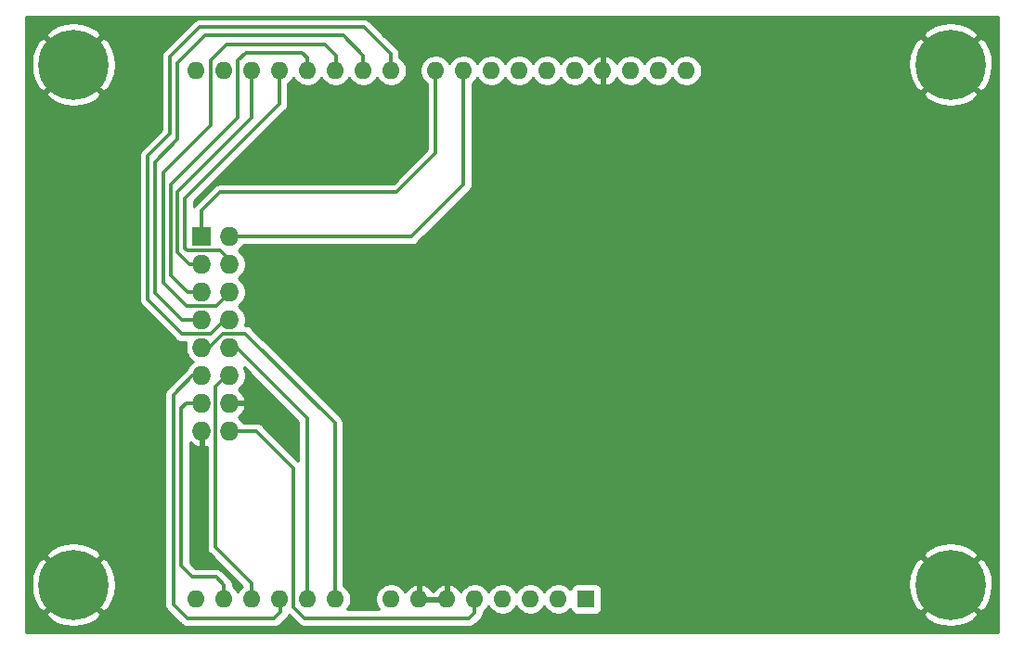
<source format=gbr>
%TF.GenerationSoftware,KiCad,Pcbnew,5.99.0+really5.1.10+dfsg1-1*%
%TF.CreationDate,2021-08-18T19:38:37+10:00*%
%TF.ProjectId,lcd,6c63642e-6b69-4636-9164-5f7063625858,rev?*%
%TF.SameCoordinates,Original*%
%TF.FileFunction,Copper,L1,Top*%
%TF.FilePolarity,Positive*%
%FSLAX46Y46*%
G04 Gerber Fmt 4.6, Leading zero omitted, Abs format (unit mm)*
G04 Created by KiCad (PCBNEW 5.99.0+really5.1.10+dfsg1-1) date 2021-08-18 19:38:37*
%MOMM*%
%LPD*%
G01*
G04 APERTURE LIST*
%TA.AperFunction,ComponentPad*%
%ADD10O,1.600000X1.600000*%
%TD*%
%TA.AperFunction,ComponentPad*%
%ADD11R,1.600000X1.600000*%
%TD*%
%TA.AperFunction,ComponentPad*%
%ADD12C,6.400000*%
%TD*%
%TA.AperFunction,ComponentPad*%
%ADD13R,1.727200X1.727200*%
%TD*%
%TA.AperFunction,ComponentPad*%
%ADD14O,1.727200X1.727200*%
%TD*%
%TA.AperFunction,Conductor*%
%ADD15C,0.304800*%
%TD*%
%TA.AperFunction,Conductor*%
%ADD16C,0.254000*%
%TD*%
%TA.AperFunction,Conductor*%
%ADD17C,0.050000*%
%TD*%
G04 APERTURE END LIST*
D10*
%TO.P,A1,32*%
%TO.N,Net-(A1-Pad32)*%
X120900000Y-35560000D03*
%TO.P,A1,31*%
%TO.N,Net-(A1-Pad31)*%
X118360000Y-35560000D03*
D11*
%TO.P,A1,1*%
%TO.N,Net-(A1-Pad1)*%
X111760000Y-83820000D03*
D10*
%TO.P,A1,17*%
%TO.N,D2*%
X81280000Y-35560000D03*
%TO.P,A1,2*%
%TO.N,Net-(A1-Pad2)*%
X109220000Y-83820000D03*
%TO.P,A1,18*%
%TO.N,D3*%
X83820000Y-35560000D03*
%TO.P,A1,3*%
%TO.N,Net-(A1-Pad3)*%
X106680000Y-83820000D03*
%TO.P,A1,19*%
%TO.N,D4*%
X86360000Y-35560000D03*
%TO.P,A1,4*%
%TO.N,3V3*%
X104140000Y-83820000D03*
%TO.P,A1,20*%
%TO.N,D5*%
X88900000Y-35560000D03*
%TO.P,A1,5*%
%TO.N,5V*%
X101600000Y-83820000D03*
%TO.P,A1,21*%
%TO.N,D6*%
X91440000Y-35560000D03*
%TO.P,A1,6*%
%TO.N,GND*%
X99060000Y-83820000D03*
%TO.P,A1,22*%
%TO.N,D7*%
X93980000Y-35560000D03*
%TO.P,A1,7*%
%TO.N,GND*%
X96520000Y-83820000D03*
%TO.P,A1,23*%
%TO.N,D0*%
X98040000Y-35560000D03*
%TO.P,A1,8*%
%TO.N,Net-(A1-Pad8)*%
X93980000Y-83820000D03*
%TO.P,A1,24*%
%TO.N,D1*%
X100580000Y-35560000D03*
%TO.P,A1,9*%
%TO.N,RD*%
X88900000Y-83820000D03*
%TO.P,A1,25*%
%TO.N,Net-(A1-Pad25)*%
X103120000Y-35560000D03*
%TO.P,A1,10*%
%TO.N,WR*%
X86360000Y-83820000D03*
%TO.P,A1,26*%
%TO.N,Net-(A1-Pad26)*%
X105660000Y-35560000D03*
%TO.P,A1,11*%
%TO.N,RS*%
X83820000Y-83820000D03*
%TO.P,A1,27*%
%TO.N,Net-(A1-Pad27)*%
X108200000Y-35560000D03*
%TO.P,A1,12*%
%TO.N,CS*%
X81280000Y-83820000D03*
%TO.P,A1,28*%
%TO.N,Net-(A1-Pad28)*%
X110740000Y-35560000D03*
%TO.P,A1,13*%
%TO.N,RST*%
X78740000Y-83820000D03*
%TO.P,A1,29*%
%TO.N,GND*%
X113280000Y-35560000D03*
%TO.P,A1,14*%
%TO.N,Net-(A1-Pad14)*%
X76200000Y-83820000D03*
%TO.P,A1,30*%
%TO.N,Net-(A1-Pad30)*%
X115820000Y-35560000D03*
%TO.P,A1,15*%
%TO.N,Net-(A1-Pad15)*%
X76200000Y-35560000D03*
%TO.P,A1,16*%
%TO.N,Net-(A1-Pad16)*%
X78740000Y-35560000D03*
%TD*%
D12*
%TO.P,REF\u002A\u002A,1*%
%TO.N,GND*%
X145000000Y-82500000D03*
%TD*%
%TO.P,REF\u002A\u002A,1*%
%TO.N,GND*%
X145000000Y-35000000D03*
%TD*%
%TO.P,REF\u002A\u002A,1*%
%TO.N,GND*%
X65000000Y-82500000D03*
%TD*%
%TO.P,REF\u002A\u002A,1*%
%TO.N,GND*%
X65000000Y-35000000D03*
%TD*%
D13*
%TO.P,J1,1*%
%TO.N,D0*%
X76700000Y-50700000D03*
D14*
%TO.P,J1,2*%
%TO.N,D1*%
X79240000Y-50700000D03*
%TO.P,J1,3*%
%TO.N,D2*%
X76700000Y-53240000D03*
%TO.P,J1,4*%
%TO.N,D3*%
X79240000Y-53240000D03*
%TO.P,J1,5*%
%TO.N,D4*%
X76700000Y-55780000D03*
%TO.P,J1,6*%
%TO.N,D5*%
X79240000Y-55780000D03*
%TO.P,J1,7*%
%TO.N,D6*%
X76700000Y-58320000D03*
%TO.P,J1,8*%
%TO.N,D7*%
X79240000Y-58320000D03*
%TO.P,J1,9*%
%TO.N,RD*%
X76700000Y-60860000D03*
%TO.P,J1,10*%
%TO.N,WR*%
X79240000Y-60860000D03*
%TO.P,J1,11*%
%TO.N,RS*%
X76700000Y-63400000D03*
%TO.P,J1,12*%
%TO.N,CS*%
X79240000Y-63400000D03*
%TO.P,J1,13*%
%TO.N,RST*%
X76700000Y-65940000D03*
%TO.P,J1,14*%
%TO.N,GND*%
X79240000Y-65940000D03*
%TO.P,J1,15*%
X76700000Y-68480000D03*
%TO.P,J1,16*%
%TO.N,5V*%
X79240000Y-68480000D03*
%TD*%
D15*
%TO.N,D2*%
X81250000Y-39850000D02*
X81250000Y-35450000D01*
X74500000Y-46600000D02*
X81250000Y-39850000D01*
X74500000Y-52150000D02*
X74500000Y-46600000D01*
X75590000Y-53240000D02*
X74500000Y-52150000D01*
X81250000Y-35450000D02*
X81250000Y-35400000D01*
X76700000Y-53240000D02*
X75590000Y-53240000D01*
%TO.N,D3*%
X83800000Y-35500000D02*
X83800000Y-35450000D01*
X83800000Y-38600000D02*
X83800000Y-35500000D01*
X75200000Y-47200000D02*
X83800000Y-38600000D01*
X75200000Y-51770995D02*
X75200000Y-47200000D01*
X75429005Y-52000000D02*
X75200000Y-51770995D01*
X78400000Y-52000000D02*
X75429005Y-52000000D01*
X79240000Y-52840000D02*
X78400000Y-52000000D01*
X79240000Y-53240000D02*
X79240000Y-52840000D01*
%TO.N,D4*%
X76700000Y-55780000D02*
X75380000Y-55780000D01*
X75380000Y-55780000D02*
X73850000Y-54250000D01*
X73850000Y-54250000D02*
X73850000Y-46000000D01*
X73850000Y-46000000D02*
X80000000Y-39850000D01*
X80000000Y-39850000D02*
X80000000Y-34650000D01*
X80000000Y-34650000D02*
X80750000Y-33900000D01*
X80750000Y-33900000D02*
X85850000Y-33900000D01*
X85850000Y-33900000D02*
X86350000Y-34400000D01*
X86350000Y-34400000D02*
X86350000Y-35600000D01*
X86350000Y-35600000D02*
X86350000Y-35650000D01*
%TO.N,D5*%
X88950000Y-34150000D02*
X88950000Y-35650000D01*
X87950000Y-33150000D02*
X88950000Y-34150000D01*
X78950000Y-33150000D02*
X87950000Y-33150000D01*
X77500000Y-40550000D02*
X77500000Y-34600000D01*
X73200000Y-44850000D02*
X77500000Y-40550000D01*
X73200000Y-54950000D02*
X73200000Y-44850000D01*
X75300000Y-57050000D02*
X73200000Y-54950000D01*
X88950000Y-35650000D02*
X88950000Y-35600000D01*
X78050000Y-57050000D02*
X75300000Y-57050000D01*
X77500000Y-34600000D02*
X78950000Y-33150000D01*
X79240000Y-55860000D02*
X78050000Y-57050000D01*
X79240000Y-55780000D02*
X79240000Y-55860000D01*
%TO.N,5V*%
X101100000Y-85550000D02*
X101600000Y-85050000D01*
X86050000Y-85550000D02*
X101100000Y-85550000D01*
X85100000Y-84600000D02*
X86050000Y-85550000D01*
X85100000Y-71900000D02*
X85100000Y-84600000D01*
X101600000Y-85050000D02*
X101600000Y-83600000D01*
X81680000Y-68480000D02*
X85100000Y-71900000D01*
X79240000Y-68480000D02*
X81680000Y-68480000D01*
%TO.N,D6*%
X91450000Y-34200000D02*
X91450000Y-35900000D01*
X89600000Y-32350000D02*
X91450000Y-34200000D01*
X77050000Y-32350000D02*
X89600000Y-32350000D01*
X74500000Y-34900000D02*
X77050000Y-32350000D01*
X74500000Y-41850000D02*
X74500000Y-34900000D01*
X72450000Y-43900000D02*
X74500000Y-41850000D01*
X72450000Y-55900000D02*
X72450000Y-43900000D01*
X74870000Y-58320000D02*
X72450000Y-55900000D01*
X76700000Y-58320000D02*
X74870000Y-58320000D01*
%TO.N,D7*%
X93950000Y-35500000D02*
X94000000Y-35550000D01*
X93950000Y-34050000D02*
X93950000Y-35500000D01*
X91500000Y-31600000D02*
X93950000Y-34050000D01*
X73800000Y-34300000D02*
X76500000Y-31600000D01*
X73800000Y-41300000D02*
X73800000Y-34300000D01*
X71800000Y-43300000D02*
X73800000Y-41300000D01*
X76500000Y-31600000D02*
X91500000Y-31600000D01*
X71800000Y-56500000D02*
X71800000Y-43300000D01*
X74900000Y-59600000D02*
X71800000Y-56500000D01*
X77550000Y-59600000D02*
X74900000Y-59600000D01*
X78830000Y-58320000D02*
X77550000Y-59600000D01*
X79240000Y-58320000D02*
X78830000Y-58320000D01*
%TO.N,D0*%
X94500000Y-46650000D02*
X98050000Y-43100000D01*
X78400000Y-46650000D02*
X94500000Y-46650000D01*
X76700000Y-48350000D02*
X78400000Y-46650000D01*
X98050000Y-43100000D02*
X98050000Y-35500000D01*
X76700000Y-50700000D02*
X76700000Y-48350000D01*
%TO.N,D1*%
X79240000Y-50700000D02*
X95850000Y-50700000D01*
X95850000Y-50700000D02*
X100600000Y-45950000D01*
X100600000Y-45950000D02*
X100600000Y-35500000D01*
%TO.N,RD*%
X76700000Y-60860000D02*
X77390000Y-60860000D01*
X77390000Y-60860000D02*
X78650000Y-59600000D01*
X78650000Y-59600000D02*
X80700000Y-59600000D01*
X80700000Y-59600000D02*
X88850000Y-67750000D01*
X88850000Y-67750000D02*
X88850000Y-83950000D01*
%TO.N,WR*%
X79240000Y-60860000D02*
X79860000Y-60860000D01*
X79860000Y-60860000D02*
X86300000Y-67300000D01*
X86300000Y-67300000D02*
X86300000Y-83900000D01*
%TO.N,RS*%
X76700000Y-63400000D02*
X75850000Y-63400000D01*
X75850000Y-63400000D02*
X74100000Y-65150000D01*
X74100000Y-65150000D02*
X74100000Y-84300000D01*
X74100000Y-84300000D02*
X75400000Y-85600000D01*
X75400000Y-85600000D02*
X83300000Y-85600000D01*
X83300000Y-85600000D02*
X83900000Y-85000000D01*
X83900000Y-85000000D02*
X83900000Y-83900000D01*
%TO.N,CS*%
X79240000Y-63400000D02*
X78950000Y-63400000D01*
X78950000Y-63400000D02*
X77950000Y-64400000D01*
X77950000Y-64400000D02*
X77950000Y-79100000D01*
X77950000Y-79100000D02*
X81250000Y-82400000D01*
X81250000Y-82400000D02*
X81250000Y-83900000D01*
%TO.N,RST*%
X76700000Y-65940000D02*
X75310000Y-65940000D01*
X75310000Y-65940000D02*
X74850000Y-66400000D01*
X74850000Y-66400000D02*
X74850000Y-80800000D01*
X74850000Y-80800000D02*
X75850000Y-81800000D01*
X75850000Y-81800000D02*
X78050000Y-81800000D01*
X78050000Y-81800000D02*
X78750000Y-82500000D01*
X78750000Y-82500000D02*
X78750000Y-83850000D01*
%TD*%
D16*
%TO.N,GND*%
X149340001Y-86840000D02*
X60660000Y-86840000D01*
X60660000Y-85200881D01*
X62478724Y-85200881D01*
X62838912Y-85690548D01*
X63502882Y-86050849D01*
X64224385Y-86274694D01*
X64975695Y-86353480D01*
X65727938Y-86284178D01*
X66452208Y-86069452D01*
X67120670Y-85717555D01*
X67161088Y-85690548D01*
X67521276Y-85200881D01*
X65000000Y-82679605D01*
X62478724Y-85200881D01*
X60660000Y-85200881D01*
X60660000Y-82475695D01*
X61146520Y-82475695D01*
X61215822Y-83227938D01*
X61430548Y-83952208D01*
X61782445Y-84620670D01*
X61809452Y-84661088D01*
X62299119Y-85021276D01*
X64820395Y-82500000D01*
X65179605Y-82500000D01*
X67700881Y-85021276D01*
X68190548Y-84661088D01*
X68550849Y-83997118D01*
X68774694Y-83275615D01*
X68853480Y-82524305D01*
X68784178Y-81772062D01*
X68569452Y-81047792D01*
X68217555Y-80379330D01*
X68190548Y-80338912D01*
X67700881Y-79978724D01*
X65179605Y-82500000D01*
X64820395Y-82500000D01*
X62299119Y-79978724D01*
X61809452Y-80338912D01*
X61449151Y-81002882D01*
X61225306Y-81724385D01*
X61146520Y-82475695D01*
X60660000Y-82475695D01*
X60660000Y-79799119D01*
X62478724Y-79799119D01*
X65000000Y-82320395D01*
X67521276Y-79799119D01*
X67161088Y-79309452D01*
X66497118Y-78949151D01*
X65775615Y-78725306D01*
X65024305Y-78646520D01*
X64272062Y-78715822D01*
X63547792Y-78930548D01*
X62879330Y-79282445D01*
X62838912Y-79309452D01*
X62478724Y-79799119D01*
X60660000Y-79799119D01*
X60660000Y-43300000D01*
X71008792Y-43300000D01*
X71012601Y-43338673D01*
X71012600Y-56461337D01*
X71008792Y-56500000D01*
X71012600Y-56538663D01*
X71012600Y-56538672D01*
X71023994Y-56654356D01*
X71069018Y-56802782D01*
X71142134Y-56939571D01*
X71240531Y-57059469D01*
X71270578Y-57084128D01*
X74315877Y-60129428D01*
X74340531Y-60159469D01*
X74460428Y-60257866D01*
X74597217Y-60330982D01*
X74745643Y-60376006D01*
X74861327Y-60387400D01*
X74861336Y-60387400D01*
X74899999Y-60391208D01*
X74938662Y-60387400D01*
X75273684Y-60387400D01*
X75258990Y-60422875D01*
X75201400Y-60712401D01*
X75201400Y-61007599D01*
X75258990Y-61297125D01*
X75371958Y-61569853D01*
X75535961Y-61815302D01*
X75744698Y-62024039D01*
X75903281Y-62130000D01*
X75744698Y-62235961D01*
X75535961Y-62444698D01*
X75371958Y-62690147D01*
X75319522Y-62816739D01*
X75290531Y-62840531D01*
X75265881Y-62870567D01*
X73570577Y-64565873D01*
X73540531Y-64590531D01*
X73442134Y-64710429D01*
X73369018Y-64847218D01*
X73323994Y-64995644D01*
X73312600Y-65111328D01*
X73312600Y-65111337D01*
X73308792Y-65150000D01*
X73312600Y-65188663D01*
X73312601Y-84261327D01*
X73308792Y-84300000D01*
X73323995Y-84454357D01*
X73369018Y-84602782D01*
X73416284Y-84691209D01*
X73442135Y-84739572D01*
X73540532Y-84859469D01*
X73570573Y-84884123D01*
X74815881Y-86129433D01*
X74840531Y-86159469D01*
X74870567Y-86184119D01*
X74870570Y-86184122D01*
X74960427Y-86257865D01*
X74960428Y-86257866D01*
X75097217Y-86330982D01*
X75245643Y-86376006D01*
X75361327Y-86387400D01*
X75361335Y-86387400D01*
X75400000Y-86391208D01*
X75438665Y-86387400D01*
X83261337Y-86387400D01*
X83300000Y-86391208D01*
X83338663Y-86387400D01*
X83338673Y-86387400D01*
X83454357Y-86376006D01*
X83602783Y-86330982D01*
X83739572Y-86257866D01*
X83859469Y-86159469D01*
X83884127Y-86129423D01*
X84429434Y-85584118D01*
X84459469Y-85559469D01*
X84557866Y-85439572D01*
X84630982Y-85302783D01*
X84644539Y-85258090D01*
X85465877Y-86079428D01*
X85490531Y-86109469D01*
X85520570Y-86134121D01*
X85610427Y-86207866D01*
X85703970Y-86257866D01*
X85747217Y-86280982D01*
X85895643Y-86326006D01*
X86011327Y-86337400D01*
X86011337Y-86337400D01*
X86050000Y-86341208D01*
X86088663Y-86337400D01*
X101061337Y-86337400D01*
X101100000Y-86341208D01*
X101138663Y-86337400D01*
X101138673Y-86337400D01*
X101254357Y-86326006D01*
X101402783Y-86280982D01*
X101539572Y-86207866D01*
X101659469Y-86109469D01*
X101684128Y-86079422D01*
X102129423Y-85634127D01*
X102159469Y-85609469D01*
X102228058Y-85525893D01*
X102257866Y-85489573D01*
X102330982Y-85352783D01*
X102376006Y-85204358D01*
X102379267Y-85171246D01*
X102387400Y-85088673D01*
X102387400Y-85088666D01*
X102391208Y-85050000D01*
X102388176Y-85019217D01*
X102514759Y-84934637D01*
X102714637Y-84734759D01*
X102870000Y-84502241D01*
X103025363Y-84734759D01*
X103225241Y-84934637D01*
X103460273Y-85091680D01*
X103721426Y-85199853D01*
X103998665Y-85255000D01*
X104281335Y-85255000D01*
X104558574Y-85199853D01*
X104819727Y-85091680D01*
X105054759Y-84934637D01*
X105254637Y-84734759D01*
X105410000Y-84502241D01*
X105565363Y-84734759D01*
X105765241Y-84934637D01*
X106000273Y-85091680D01*
X106261426Y-85199853D01*
X106538665Y-85255000D01*
X106821335Y-85255000D01*
X107098574Y-85199853D01*
X107359727Y-85091680D01*
X107594759Y-84934637D01*
X107794637Y-84734759D01*
X107950000Y-84502241D01*
X108105363Y-84734759D01*
X108305241Y-84934637D01*
X108540273Y-85091680D01*
X108801426Y-85199853D01*
X109078665Y-85255000D01*
X109361335Y-85255000D01*
X109638574Y-85199853D01*
X109899727Y-85091680D01*
X110134759Y-84934637D01*
X110333357Y-84736039D01*
X110334188Y-84744482D01*
X110370498Y-84864180D01*
X110429463Y-84974494D01*
X110508815Y-85071185D01*
X110605506Y-85150537D01*
X110715820Y-85209502D01*
X110835518Y-85245812D01*
X110960000Y-85258072D01*
X112560000Y-85258072D01*
X112684482Y-85245812D01*
X112804180Y-85209502D01*
X112820308Y-85200881D01*
X142478724Y-85200881D01*
X142838912Y-85690548D01*
X143502882Y-86050849D01*
X144224385Y-86274694D01*
X144975695Y-86353480D01*
X145727938Y-86284178D01*
X146452208Y-86069452D01*
X147120670Y-85717555D01*
X147161088Y-85690548D01*
X147521276Y-85200881D01*
X145000000Y-82679605D01*
X142478724Y-85200881D01*
X112820308Y-85200881D01*
X112914494Y-85150537D01*
X113011185Y-85071185D01*
X113090537Y-84974494D01*
X113149502Y-84864180D01*
X113185812Y-84744482D01*
X113198072Y-84620000D01*
X113198072Y-83020000D01*
X113185812Y-82895518D01*
X113149502Y-82775820D01*
X113090537Y-82665506D01*
X113011185Y-82568815D01*
X112914494Y-82489463D01*
X112888737Y-82475695D01*
X141146520Y-82475695D01*
X141215822Y-83227938D01*
X141430548Y-83952208D01*
X141782445Y-84620670D01*
X141809452Y-84661088D01*
X142299119Y-85021276D01*
X144820395Y-82500000D01*
X145179605Y-82500000D01*
X147700881Y-85021276D01*
X148190548Y-84661088D01*
X148550849Y-83997118D01*
X148774694Y-83275615D01*
X148853480Y-82524305D01*
X148784178Y-81772062D01*
X148569452Y-81047792D01*
X148217555Y-80379330D01*
X148190548Y-80338912D01*
X147700881Y-79978724D01*
X145179605Y-82500000D01*
X144820395Y-82500000D01*
X142299119Y-79978724D01*
X141809452Y-80338912D01*
X141449151Y-81002882D01*
X141225306Y-81724385D01*
X141146520Y-82475695D01*
X112888737Y-82475695D01*
X112804180Y-82430498D01*
X112684482Y-82394188D01*
X112560000Y-82381928D01*
X110960000Y-82381928D01*
X110835518Y-82394188D01*
X110715820Y-82430498D01*
X110605506Y-82489463D01*
X110508815Y-82568815D01*
X110429463Y-82665506D01*
X110370498Y-82775820D01*
X110334188Y-82895518D01*
X110333357Y-82903961D01*
X110134759Y-82705363D01*
X109899727Y-82548320D01*
X109638574Y-82440147D01*
X109361335Y-82385000D01*
X109078665Y-82385000D01*
X108801426Y-82440147D01*
X108540273Y-82548320D01*
X108305241Y-82705363D01*
X108105363Y-82905241D01*
X107950000Y-83137759D01*
X107794637Y-82905241D01*
X107594759Y-82705363D01*
X107359727Y-82548320D01*
X107098574Y-82440147D01*
X106821335Y-82385000D01*
X106538665Y-82385000D01*
X106261426Y-82440147D01*
X106000273Y-82548320D01*
X105765241Y-82705363D01*
X105565363Y-82905241D01*
X105410000Y-83137759D01*
X105254637Y-82905241D01*
X105054759Y-82705363D01*
X104819727Y-82548320D01*
X104558574Y-82440147D01*
X104281335Y-82385000D01*
X103998665Y-82385000D01*
X103721426Y-82440147D01*
X103460273Y-82548320D01*
X103225241Y-82705363D01*
X103025363Y-82905241D01*
X102870000Y-83137759D01*
X102714637Y-82905241D01*
X102514759Y-82705363D01*
X102279727Y-82548320D01*
X102018574Y-82440147D01*
X101741335Y-82385000D01*
X101458665Y-82385000D01*
X101181426Y-82440147D01*
X100920273Y-82548320D01*
X100685241Y-82705363D01*
X100485363Y-82905241D01*
X100328320Y-83140273D01*
X100323933Y-83150865D01*
X100212385Y-82964869D01*
X100023414Y-82756481D01*
X99797420Y-82588963D01*
X99543087Y-82468754D01*
X99409039Y-82428096D01*
X99187000Y-82550085D01*
X99187000Y-83693000D01*
X99207000Y-83693000D01*
X99207000Y-83947000D01*
X99187000Y-83947000D01*
X99187000Y-83967000D01*
X98933000Y-83967000D01*
X98933000Y-83947000D01*
X96647000Y-83947000D01*
X96647000Y-83967000D01*
X96393000Y-83967000D01*
X96393000Y-83947000D01*
X96373000Y-83947000D01*
X96373000Y-83693000D01*
X96393000Y-83693000D01*
X96393000Y-82550085D01*
X96647000Y-82550085D01*
X96647000Y-83693000D01*
X98933000Y-83693000D01*
X98933000Y-82550085D01*
X98710961Y-82428096D01*
X98576913Y-82468754D01*
X98322580Y-82588963D01*
X98096586Y-82756481D01*
X97907615Y-82964869D01*
X97790000Y-83160982D01*
X97672385Y-82964869D01*
X97483414Y-82756481D01*
X97257420Y-82588963D01*
X97003087Y-82468754D01*
X96869039Y-82428096D01*
X96647000Y-82550085D01*
X96393000Y-82550085D01*
X96170961Y-82428096D01*
X96036913Y-82468754D01*
X95782580Y-82588963D01*
X95556586Y-82756481D01*
X95367615Y-82964869D01*
X95256067Y-83150865D01*
X95251680Y-83140273D01*
X95094637Y-82905241D01*
X94894759Y-82705363D01*
X94659727Y-82548320D01*
X94398574Y-82440147D01*
X94121335Y-82385000D01*
X93838665Y-82385000D01*
X93561426Y-82440147D01*
X93300273Y-82548320D01*
X93065241Y-82705363D01*
X92865363Y-82905241D01*
X92708320Y-83140273D01*
X92600147Y-83401426D01*
X92545000Y-83678665D01*
X92545000Y-83961335D01*
X92600147Y-84238574D01*
X92708320Y-84499727D01*
X92865363Y-84734759D01*
X92893204Y-84762600D01*
X89986796Y-84762600D01*
X90014637Y-84734759D01*
X90171680Y-84499727D01*
X90279853Y-84238574D01*
X90335000Y-83961335D01*
X90335000Y-83678665D01*
X90279853Y-83401426D01*
X90171680Y-83140273D01*
X90014637Y-82905241D01*
X89814759Y-82705363D01*
X89637400Y-82586856D01*
X89637400Y-79799119D01*
X142478724Y-79799119D01*
X145000000Y-82320395D01*
X147521276Y-79799119D01*
X147161088Y-79309452D01*
X146497118Y-78949151D01*
X145775615Y-78725306D01*
X145024305Y-78646520D01*
X144272062Y-78715822D01*
X143547792Y-78930548D01*
X142879330Y-79282445D01*
X142838912Y-79309452D01*
X142478724Y-79799119D01*
X89637400Y-79799119D01*
X89637400Y-67788665D01*
X89641208Y-67750000D01*
X89637400Y-67711335D01*
X89637400Y-67711327D01*
X89626006Y-67595643D01*
X89580982Y-67447217D01*
X89507866Y-67310428D01*
X89467570Y-67261327D01*
X89434122Y-67220570D01*
X89434119Y-67220567D01*
X89409469Y-67190531D01*
X89379434Y-67165882D01*
X81284128Y-59070578D01*
X81259469Y-59040531D01*
X81139572Y-58942134D01*
X81002783Y-58869018D01*
X80854357Y-58823994D01*
X80738673Y-58812600D01*
X80738663Y-58812600D01*
X80700000Y-58808792D01*
X80661337Y-58812600D01*
X80658031Y-58812600D01*
X80681010Y-58757125D01*
X80738600Y-58467599D01*
X80738600Y-58172401D01*
X80681010Y-57882875D01*
X80568042Y-57610147D01*
X80404039Y-57364698D01*
X80195302Y-57155961D01*
X80036719Y-57050000D01*
X80195302Y-56944039D01*
X80404039Y-56735302D01*
X80568042Y-56489853D01*
X80681010Y-56217125D01*
X80738600Y-55927599D01*
X80738600Y-55632401D01*
X80681010Y-55342875D01*
X80568042Y-55070147D01*
X80404039Y-54824698D01*
X80195302Y-54615961D01*
X80036719Y-54510000D01*
X80195302Y-54404039D01*
X80404039Y-54195302D01*
X80568042Y-53949853D01*
X80681010Y-53677125D01*
X80738600Y-53387599D01*
X80738600Y-53092401D01*
X80681010Y-52802875D01*
X80568042Y-52530147D01*
X80404039Y-52284698D01*
X80195302Y-52075961D01*
X80036719Y-51970000D01*
X80195302Y-51864039D01*
X80404039Y-51655302D01*
X80516227Y-51487400D01*
X95811337Y-51487400D01*
X95850000Y-51491208D01*
X95888663Y-51487400D01*
X95888673Y-51487400D01*
X96004357Y-51476006D01*
X96152783Y-51430982D01*
X96289572Y-51357866D01*
X96409469Y-51259469D01*
X96434128Y-51229422D01*
X101129434Y-46534118D01*
X101159469Y-46509469D01*
X101192667Y-46469018D01*
X101257865Y-46389573D01*
X101257866Y-46389572D01*
X101330982Y-46252783D01*
X101376006Y-46104357D01*
X101387400Y-45988673D01*
X101387400Y-45988664D01*
X101391208Y-45950001D01*
X101387400Y-45911338D01*
X101387400Y-37700881D01*
X142478724Y-37700881D01*
X142838912Y-38190548D01*
X143502882Y-38550849D01*
X144224385Y-38774694D01*
X144975695Y-38853480D01*
X145727938Y-38784178D01*
X146452208Y-38569452D01*
X147120670Y-38217555D01*
X147161088Y-38190548D01*
X147521276Y-37700881D01*
X145000000Y-35179605D01*
X142478724Y-37700881D01*
X101387400Y-37700881D01*
X101387400Y-36746372D01*
X101494759Y-36674637D01*
X101694637Y-36474759D01*
X101850000Y-36242241D01*
X102005363Y-36474759D01*
X102205241Y-36674637D01*
X102440273Y-36831680D01*
X102701426Y-36939853D01*
X102978665Y-36995000D01*
X103261335Y-36995000D01*
X103538574Y-36939853D01*
X103799727Y-36831680D01*
X104034759Y-36674637D01*
X104234637Y-36474759D01*
X104390000Y-36242241D01*
X104545363Y-36474759D01*
X104745241Y-36674637D01*
X104980273Y-36831680D01*
X105241426Y-36939853D01*
X105518665Y-36995000D01*
X105801335Y-36995000D01*
X106078574Y-36939853D01*
X106339727Y-36831680D01*
X106574759Y-36674637D01*
X106774637Y-36474759D01*
X106930000Y-36242241D01*
X107085363Y-36474759D01*
X107285241Y-36674637D01*
X107520273Y-36831680D01*
X107781426Y-36939853D01*
X108058665Y-36995000D01*
X108341335Y-36995000D01*
X108618574Y-36939853D01*
X108879727Y-36831680D01*
X109114759Y-36674637D01*
X109314637Y-36474759D01*
X109470000Y-36242241D01*
X109625363Y-36474759D01*
X109825241Y-36674637D01*
X110060273Y-36831680D01*
X110321426Y-36939853D01*
X110598665Y-36995000D01*
X110881335Y-36995000D01*
X111158574Y-36939853D01*
X111419727Y-36831680D01*
X111654759Y-36674637D01*
X111854637Y-36474759D01*
X112011680Y-36239727D01*
X112016067Y-36229135D01*
X112127615Y-36415131D01*
X112316586Y-36623519D01*
X112542580Y-36791037D01*
X112796913Y-36911246D01*
X112930961Y-36951904D01*
X113153000Y-36829915D01*
X113153000Y-35687000D01*
X113133000Y-35687000D01*
X113133000Y-35433000D01*
X113153000Y-35433000D01*
X113153000Y-34290085D01*
X113407000Y-34290085D01*
X113407000Y-35433000D01*
X113427000Y-35433000D01*
X113427000Y-35687000D01*
X113407000Y-35687000D01*
X113407000Y-36829915D01*
X113629039Y-36951904D01*
X113763087Y-36911246D01*
X114017420Y-36791037D01*
X114243414Y-36623519D01*
X114432385Y-36415131D01*
X114543933Y-36229135D01*
X114548320Y-36239727D01*
X114705363Y-36474759D01*
X114905241Y-36674637D01*
X115140273Y-36831680D01*
X115401426Y-36939853D01*
X115678665Y-36995000D01*
X115961335Y-36995000D01*
X116238574Y-36939853D01*
X116499727Y-36831680D01*
X116734759Y-36674637D01*
X116934637Y-36474759D01*
X117090000Y-36242241D01*
X117245363Y-36474759D01*
X117445241Y-36674637D01*
X117680273Y-36831680D01*
X117941426Y-36939853D01*
X118218665Y-36995000D01*
X118501335Y-36995000D01*
X118778574Y-36939853D01*
X119039727Y-36831680D01*
X119274759Y-36674637D01*
X119474637Y-36474759D01*
X119630000Y-36242241D01*
X119785363Y-36474759D01*
X119985241Y-36674637D01*
X120220273Y-36831680D01*
X120481426Y-36939853D01*
X120758665Y-36995000D01*
X121041335Y-36995000D01*
X121318574Y-36939853D01*
X121579727Y-36831680D01*
X121814759Y-36674637D01*
X122014637Y-36474759D01*
X122171680Y-36239727D01*
X122279853Y-35978574D01*
X122335000Y-35701335D01*
X122335000Y-35418665D01*
X122279853Y-35141426D01*
X122211206Y-34975695D01*
X141146520Y-34975695D01*
X141215822Y-35727938D01*
X141430548Y-36452208D01*
X141782445Y-37120670D01*
X141809452Y-37161088D01*
X142299119Y-37521276D01*
X144820395Y-35000000D01*
X145179605Y-35000000D01*
X147700881Y-37521276D01*
X148190548Y-37161088D01*
X148550849Y-36497118D01*
X148774694Y-35775615D01*
X148853480Y-35024305D01*
X148784178Y-34272062D01*
X148569452Y-33547792D01*
X148217555Y-32879330D01*
X148190548Y-32838912D01*
X147700881Y-32478724D01*
X145179605Y-35000000D01*
X144820395Y-35000000D01*
X142299119Y-32478724D01*
X141809452Y-32838912D01*
X141449151Y-33502882D01*
X141225306Y-34224385D01*
X141146520Y-34975695D01*
X122211206Y-34975695D01*
X122171680Y-34880273D01*
X122014637Y-34645241D01*
X121814759Y-34445363D01*
X121579727Y-34288320D01*
X121318574Y-34180147D01*
X121041335Y-34125000D01*
X120758665Y-34125000D01*
X120481426Y-34180147D01*
X120220273Y-34288320D01*
X119985241Y-34445363D01*
X119785363Y-34645241D01*
X119630000Y-34877759D01*
X119474637Y-34645241D01*
X119274759Y-34445363D01*
X119039727Y-34288320D01*
X118778574Y-34180147D01*
X118501335Y-34125000D01*
X118218665Y-34125000D01*
X117941426Y-34180147D01*
X117680273Y-34288320D01*
X117445241Y-34445363D01*
X117245363Y-34645241D01*
X117090000Y-34877759D01*
X116934637Y-34645241D01*
X116734759Y-34445363D01*
X116499727Y-34288320D01*
X116238574Y-34180147D01*
X115961335Y-34125000D01*
X115678665Y-34125000D01*
X115401426Y-34180147D01*
X115140273Y-34288320D01*
X114905241Y-34445363D01*
X114705363Y-34645241D01*
X114548320Y-34880273D01*
X114543933Y-34890865D01*
X114432385Y-34704869D01*
X114243414Y-34496481D01*
X114017420Y-34328963D01*
X113763087Y-34208754D01*
X113629039Y-34168096D01*
X113407000Y-34290085D01*
X113153000Y-34290085D01*
X112930961Y-34168096D01*
X112796913Y-34208754D01*
X112542580Y-34328963D01*
X112316586Y-34496481D01*
X112127615Y-34704869D01*
X112016067Y-34890865D01*
X112011680Y-34880273D01*
X111854637Y-34645241D01*
X111654759Y-34445363D01*
X111419727Y-34288320D01*
X111158574Y-34180147D01*
X110881335Y-34125000D01*
X110598665Y-34125000D01*
X110321426Y-34180147D01*
X110060273Y-34288320D01*
X109825241Y-34445363D01*
X109625363Y-34645241D01*
X109470000Y-34877759D01*
X109314637Y-34645241D01*
X109114759Y-34445363D01*
X108879727Y-34288320D01*
X108618574Y-34180147D01*
X108341335Y-34125000D01*
X108058665Y-34125000D01*
X107781426Y-34180147D01*
X107520273Y-34288320D01*
X107285241Y-34445363D01*
X107085363Y-34645241D01*
X106930000Y-34877759D01*
X106774637Y-34645241D01*
X106574759Y-34445363D01*
X106339727Y-34288320D01*
X106078574Y-34180147D01*
X105801335Y-34125000D01*
X105518665Y-34125000D01*
X105241426Y-34180147D01*
X104980273Y-34288320D01*
X104745241Y-34445363D01*
X104545363Y-34645241D01*
X104390000Y-34877759D01*
X104234637Y-34645241D01*
X104034759Y-34445363D01*
X103799727Y-34288320D01*
X103538574Y-34180147D01*
X103261335Y-34125000D01*
X102978665Y-34125000D01*
X102701426Y-34180147D01*
X102440273Y-34288320D01*
X102205241Y-34445363D01*
X102005363Y-34645241D01*
X101850000Y-34877759D01*
X101694637Y-34645241D01*
X101494759Y-34445363D01*
X101259727Y-34288320D01*
X100998574Y-34180147D01*
X100721335Y-34125000D01*
X100438665Y-34125000D01*
X100161426Y-34180147D01*
X99900273Y-34288320D01*
X99665241Y-34445363D01*
X99465363Y-34645241D01*
X99310000Y-34877759D01*
X99154637Y-34645241D01*
X98954759Y-34445363D01*
X98719727Y-34288320D01*
X98458574Y-34180147D01*
X98181335Y-34125000D01*
X97898665Y-34125000D01*
X97621426Y-34180147D01*
X97360273Y-34288320D01*
X97125241Y-34445363D01*
X96925363Y-34645241D01*
X96768320Y-34880273D01*
X96660147Y-35141426D01*
X96605000Y-35418665D01*
X96605000Y-35701335D01*
X96660147Y-35978574D01*
X96768320Y-36239727D01*
X96925363Y-36474759D01*
X97125241Y-36674637D01*
X97262601Y-36766418D01*
X97262600Y-42773848D01*
X94173850Y-45862600D01*
X78438662Y-45862600D01*
X78399999Y-45858792D01*
X78361336Y-45862600D01*
X78361327Y-45862600D01*
X78245643Y-45873994D01*
X78097217Y-45919018D01*
X77960428Y-45992134D01*
X77840531Y-46090531D01*
X77815878Y-46120571D01*
X76170573Y-47765877D01*
X76140532Y-47790531D01*
X76115879Y-47820571D01*
X76042135Y-47910428D01*
X75987400Y-48012828D01*
X75987400Y-47526150D01*
X84329434Y-39184118D01*
X84359469Y-39159469D01*
X84384119Y-39129433D01*
X84384122Y-39129430D01*
X84457866Y-39039572D01*
X84530982Y-38902783D01*
X84576006Y-38754357D01*
X84576006Y-38754356D01*
X84587400Y-38638673D01*
X84587400Y-38638665D01*
X84591208Y-38600000D01*
X84587400Y-38561335D01*
X84587400Y-36773099D01*
X84734759Y-36674637D01*
X84934637Y-36474759D01*
X85090000Y-36242241D01*
X85245363Y-36474759D01*
X85445241Y-36674637D01*
X85680273Y-36831680D01*
X85941426Y-36939853D01*
X86218665Y-36995000D01*
X86501335Y-36995000D01*
X86778574Y-36939853D01*
X87039727Y-36831680D01*
X87274759Y-36674637D01*
X87474637Y-36474759D01*
X87630000Y-36242241D01*
X87785363Y-36474759D01*
X87985241Y-36674637D01*
X88220273Y-36831680D01*
X88481426Y-36939853D01*
X88758665Y-36995000D01*
X89041335Y-36995000D01*
X89318574Y-36939853D01*
X89579727Y-36831680D01*
X89814759Y-36674637D01*
X90014637Y-36474759D01*
X90170000Y-36242241D01*
X90325363Y-36474759D01*
X90525241Y-36674637D01*
X90760273Y-36831680D01*
X91021426Y-36939853D01*
X91298665Y-36995000D01*
X91581335Y-36995000D01*
X91858574Y-36939853D01*
X92119727Y-36831680D01*
X92354759Y-36674637D01*
X92554637Y-36474759D01*
X92710000Y-36242241D01*
X92865363Y-36474759D01*
X93065241Y-36674637D01*
X93300273Y-36831680D01*
X93561426Y-36939853D01*
X93838665Y-36995000D01*
X94121335Y-36995000D01*
X94398574Y-36939853D01*
X94659727Y-36831680D01*
X94894759Y-36674637D01*
X95094637Y-36474759D01*
X95251680Y-36239727D01*
X95359853Y-35978574D01*
X95415000Y-35701335D01*
X95415000Y-35418665D01*
X95359853Y-35141426D01*
X95251680Y-34880273D01*
X95094637Y-34645241D01*
X94894759Y-34445363D01*
X94737400Y-34340219D01*
X94737400Y-34088662D01*
X94741208Y-34049999D01*
X94737400Y-34011336D01*
X94737400Y-34011327D01*
X94726006Y-33895643D01*
X94680982Y-33747217D01*
X94607866Y-33610428D01*
X94551819Y-33542134D01*
X94534121Y-33520569D01*
X94534119Y-33520567D01*
X94509469Y-33490531D01*
X94479434Y-33465882D01*
X93312671Y-32299119D01*
X142478724Y-32299119D01*
X145000000Y-34820395D01*
X147521276Y-32299119D01*
X147161088Y-31809452D01*
X146497118Y-31449151D01*
X145775615Y-31225306D01*
X145024305Y-31146520D01*
X144272062Y-31215822D01*
X143547792Y-31430548D01*
X142879330Y-31782445D01*
X142838912Y-31809452D01*
X142478724Y-32299119D01*
X93312671Y-32299119D01*
X92084128Y-31070578D01*
X92059469Y-31040531D01*
X91939572Y-30942134D01*
X91802783Y-30869018D01*
X91654357Y-30823994D01*
X91538673Y-30812600D01*
X91538663Y-30812600D01*
X91500000Y-30808792D01*
X91461337Y-30812600D01*
X76538665Y-30812600D01*
X76500000Y-30808792D01*
X76461335Y-30812600D01*
X76461327Y-30812600D01*
X76345643Y-30823994D01*
X76197217Y-30869018D01*
X76060428Y-30942134D01*
X75970570Y-31015878D01*
X75970567Y-31015881D01*
X75940531Y-31040531D01*
X75915881Y-31070567D01*
X73270573Y-33715877D01*
X73240532Y-33740531D01*
X73172036Y-33823994D01*
X73142135Y-33860428D01*
X73069018Y-33997218D01*
X73023995Y-34145643D01*
X73008792Y-34300000D01*
X73012601Y-34338673D01*
X73012600Y-40973848D01*
X71270573Y-42715877D01*
X71240532Y-42740531D01*
X71215879Y-42770571D01*
X71142135Y-42860428D01*
X71069018Y-42997218D01*
X71023995Y-43145643D01*
X71008792Y-43300000D01*
X60660000Y-43300000D01*
X60660000Y-37700881D01*
X62478724Y-37700881D01*
X62838912Y-38190548D01*
X63502882Y-38550849D01*
X64224385Y-38774694D01*
X64975695Y-38853480D01*
X65727938Y-38784178D01*
X66452208Y-38569452D01*
X67120670Y-38217555D01*
X67161088Y-38190548D01*
X67521276Y-37700881D01*
X65000000Y-35179605D01*
X62478724Y-37700881D01*
X60660000Y-37700881D01*
X60660000Y-34975695D01*
X61146520Y-34975695D01*
X61215822Y-35727938D01*
X61430548Y-36452208D01*
X61782445Y-37120670D01*
X61809452Y-37161088D01*
X62299119Y-37521276D01*
X64820395Y-35000000D01*
X65179605Y-35000000D01*
X67700881Y-37521276D01*
X68190548Y-37161088D01*
X68550849Y-36497118D01*
X68774694Y-35775615D01*
X68853480Y-35024305D01*
X68784178Y-34272062D01*
X68569452Y-33547792D01*
X68217555Y-32879330D01*
X68190548Y-32838912D01*
X67700881Y-32478724D01*
X65179605Y-35000000D01*
X64820395Y-35000000D01*
X62299119Y-32478724D01*
X61809452Y-32838912D01*
X61449151Y-33502882D01*
X61225306Y-34224385D01*
X61146520Y-34975695D01*
X60660000Y-34975695D01*
X60660000Y-32299119D01*
X62478724Y-32299119D01*
X65000000Y-34820395D01*
X67521276Y-32299119D01*
X67161088Y-31809452D01*
X66497118Y-31449151D01*
X65775615Y-31225306D01*
X65024305Y-31146520D01*
X64272062Y-31215822D01*
X63547792Y-31430548D01*
X62879330Y-31782445D01*
X62838912Y-31809452D01*
X62478724Y-32299119D01*
X60660000Y-32299119D01*
X60660000Y-30660000D01*
X149340000Y-30660000D01*
X149340001Y-86840000D01*
%TA.AperFunction,Conductor*%
D17*
G36*
X149340001Y-86840000D02*
G01*
X60660000Y-86840000D01*
X60660000Y-85200881D01*
X62478724Y-85200881D01*
X62838912Y-85690548D01*
X63502882Y-86050849D01*
X64224385Y-86274694D01*
X64975695Y-86353480D01*
X65727938Y-86284178D01*
X66452208Y-86069452D01*
X67120670Y-85717555D01*
X67161088Y-85690548D01*
X67521276Y-85200881D01*
X65000000Y-82679605D01*
X62478724Y-85200881D01*
X60660000Y-85200881D01*
X60660000Y-82475695D01*
X61146520Y-82475695D01*
X61215822Y-83227938D01*
X61430548Y-83952208D01*
X61782445Y-84620670D01*
X61809452Y-84661088D01*
X62299119Y-85021276D01*
X64820395Y-82500000D01*
X65179605Y-82500000D01*
X67700881Y-85021276D01*
X68190548Y-84661088D01*
X68550849Y-83997118D01*
X68774694Y-83275615D01*
X68853480Y-82524305D01*
X68784178Y-81772062D01*
X68569452Y-81047792D01*
X68217555Y-80379330D01*
X68190548Y-80338912D01*
X67700881Y-79978724D01*
X65179605Y-82500000D01*
X64820395Y-82500000D01*
X62299119Y-79978724D01*
X61809452Y-80338912D01*
X61449151Y-81002882D01*
X61225306Y-81724385D01*
X61146520Y-82475695D01*
X60660000Y-82475695D01*
X60660000Y-79799119D01*
X62478724Y-79799119D01*
X65000000Y-82320395D01*
X67521276Y-79799119D01*
X67161088Y-79309452D01*
X66497118Y-78949151D01*
X65775615Y-78725306D01*
X65024305Y-78646520D01*
X64272062Y-78715822D01*
X63547792Y-78930548D01*
X62879330Y-79282445D01*
X62838912Y-79309452D01*
X62478724Y-79799119D01*
X60660000Y-79799119D01*
X60660000Y-43300000D01*
X71008792Y-43300000D01*
X71012601Y-43338673D01*
X71012600Y-56461337D01*
X71008792Y-56500000D01*
X71012600Y-56538663D01*
X71012600Y-56538672D01*
X71023994Y-56654356D01*
X71069018Y-56802782D01*
X71142134Y-56939571D01*
X71240531Y-57059469D01*
X71270578Y-57084128D01*
X74315877Y-60129428D01*
X74340531Y-60159469D01*
X74460428Y-60257866D01*
X74597217Y-60330982D01*
X74745643Y-60376006D01*
X74861327Y-60387400D01*
X74861336Y-60387400D01*
X74899999Y-60391208D01*
X74938662Y-60387400D01*
X75273684Y-60387400D01*
X75258990Y-60422875D01*
X75201400Y-60712401D01*
X75201400Y-61007599D01*
X75258990Y-61297125D01*
X75371958Y-61569853D01*
X75535961Y-61815302D01*
X75744698Y-62024039D01*
X75903281Y-62130000D01*
X75744698Y-62235961D01*
X75535961Y-62444698D01*
X75371958Y-62690147D01*
X75319522Y-62816739D01*
X75290531Y-62840531D01*
X75265881Y-62870567D01*
X73570577Y-64565873D01*
X73540531Y-64590531D01*
X73442134Y-64710429D01*
X73369018Y-64847218D01*
X73323994Y-64995644D01*
X73312600Y-65111328D01*
X73312600Y-65111337D01*
X73308792Y-65150000D01*
X73312600Y-65188663D01*
X73312601Y-84261327D01*
X73308792Y-84300000D01*
X73323995Y-84454357D01*
X73369018Y-84602782D01*
X73416284Y-84691209D01*
X73442135Y-84739572D01*
X73540532Y-84859469D01*
X73570573Y-84884123D01*
X74815881Y-86129433D01*
X74840531Y-86159469D01*
X74870567Y-86184119D01*
X74870570Y-86184122D01*
X74960427Y-86257865D01*
X74960428Y-86257866D01*
X75097217Y-86330982D01*
X75245643Y-86376006D01*
X75361327Y-86387400D01*
X75361335Y-86387400D01*
X75400000Y-86391208D01*
X75438665Y-86387400D01*
X83261337Y-86387400D01*
X83300000Y-86391208D01*
X83338663Y-86387400D01*
X83338673Y-86387400D01*
X83454357Y-86376006D01*
X83602783Y-86330982D01*
X83739572Y-86257866D01*
X83859469Y-86159469D01*
X83884127Y-86129423D01*
X84429434Y-85584118D01*
X84459469Y-85559469D01*
X84557866Y-85439572D01*
X84630982Y-85302783D01*
X84644539Y-85258090D01*
X85465877Y-86079428D01*
X85490531Y-86109469D01*
X85520570Y-86134121D01*
X85610427Y-86207866D01*
X85703970Y-86257866D01*
X85747217Y-86280982D01*
X85895643Y-86326006D01*
X86011327Y-86337400D01*
X86011337Y-86337400D01*
X86050000Y-86341208D01*
X86088663Y-86337400D01*
X101061337Y-86337400D01*
X101100000Y-86341208D01*
X101138663Y-86337400D01*
X101138673Y-86337400D01*
X101254357Y-86326006D01*
X101402783Y-86280982D01*
X101539572Y-86207866D01*
X101659469Y-86109469D01*
X101684128Y-86079422D01*
X102129423Y-85634127D01*
X102159469Y-85609469D01*
X102228058Y-85525893D01*
X102257866Y-85489573D01*
X102330982Y-85352783D01*
X102376006Y-85204358D01*
X102379267Y-85171246D01*
X102387400Y-85088673D01*
X102387400Y-85088666D01*
X102391208Y-85050000D01*
X102388176Y-85019217D01*
X102514759Y-84934637D01*
X102714637Y-84734759D01*
X102870000Y-84502241D01*
X103025363Y-84734759D01*
X103225241Y-84934637D01*
X103460273Y-85091680D01*
X103721426Y-85199853D01*
X103998665Y-85255000D01*
X104281335Y-85255000D01*
X104558574Y-85199853D01*
X104819727Y-85091680D01*
X105054759Y-84934637D01*
X105254637Y-84734759D01*
X105410000Y-84502241D01*
X105565363Y-84734759D01*
X105765241Y-84934637D01*
X106000273Y-85091680D01*
X106261426Y-85199853D01*
X106538665Y-85255000D01*
X106821335Y-85255000D01*
X107098574Y-85199853D01*
X107359727Y-85091680D01*
X107594759Y-84934637D01*
X107794637Y-84734759D01*
X107950000Y-84502241D01*
X108105363Y-84734759D01*
X108305241Y-84934637D01*
X108540273Y-85091680D01*
X108801426Y-85199853D01*
X109078665Y-85255000D01*
X109361335Y-85255000D01*
X109638574Y-85199853D01*
X109899727Y-85091680D01*
X110134759Y-84934637D01*
X110333357Y-84736039D01*
X110334188Y-84744482D01*
X110370498Y-84864180D01*
X110429463Y-84974494D01*
X110508815Y-85071185D01*
X110605506Y-85150537D01*
X110715820Y-85209502D01*
X110835518Y-85245812D01*
X110960000Y-85258072D01*
X112560000Y-85258072D01*
X112684482Y-85245812D01*
X112804180Y-85209502D01*
X112820308Y-85200881D01*
X142478724Y-85200881D01*
X142838912Y-85690548D01*
X143502882Y-86050849D01*
X144224385Y-86274694D01*
X144975695Y-86353480D01*
X145727938Y-86284178D01*
X146452208Y-86069452D01*
X147120670Y-85717555D01*
X147161088Y-85690548D01*
X147521276Y-85200881D01*
X145000000Y-82679605D01*
X142478724Y-85200881D01*
X112820308Y-85200881D01*
X112914494Y-85150537D01*
X113011185Y-85071185D01*
X113090537Y-84974494D01*
X113149502Y-84864180D01*
X113185812Y-84744482D01*
X113198072Y-84620000D01*
X113198072Y-83020000D01*
X113185812Y-82895518D01*
X113149502Y-82775820D01*
X113090537Y-82665506D01*
X113011185Y-82568815D01*
X112914494Y-82489463D01*
X112888737Y-82475695D01*
X141146520Y-82475695D01*
X141215822Y-83227938D01*
X141430548Y-83952208D01*
X141782445Y-84620670D01*
X141809452Y-84661088D01*
X142299119Y-85021276D01*
X144820395Y-82500000D01*
X145179605Y-82500000D01*
X147700881Y-85021276D01*
X148190548Y-84661088D01*
X148550849Y-83997118D01*
X148774694Y-83275615D01*
X148853480Y-82524305D01*
X148784178Y-81772062D01*
X148569452Y-81047792D01*
X148217555Y-80379330D01*
X148190548Y-80338912D01*
X147700881Y-79978724D01*
X145179605Y-82500000D01*
X144820395Y-82500000D01*
X142299119Y-79978724D01*
X141809452Y-80338912D01*
X141449151Y-81002882D01*
X141225306Y-81724385D01*
X141146520Y-82475695D01*
X112888737Y-82475695D01*
X112804180Y-82430498D01*
X112684482Y-82394188D01*
X112560000Y-82381928D01*
X110960000Y-82381928D01*
X110835518Y-82394188D01*
X110715820Y-82430498D01*
X110605506Y-82489463D01*
X110508815Y-82568815D01*
X110429463Y-82665506D01*
X110370498Y-82775820D01*
X110334188Y-82895518D01*
X110333357Y-82903961D01*
X110134759Y-82705363D01*
X109899727Y-82548320D01*
X109638574Y-82440147D01*
X109361335Y-82385000D01*
X109078665Y-82385000D01*
X108801426Y-82440147D01*
X108540273Y-82548320D01*
X108305241Y-82705363D01*
X108105363Y-82905241D01*
X107950000Y-83137759D01*
X107794637Y-82905241D01*
X107594759Y-82705363D01*
X107359727Y-82548320D01*
X107098574Y-82440147D01*
X106821335Y-82385000D01*
X106538665Y-82385000D01*
X106261426Y-82440147D01*
X106000273Y-82548320D01*
X105765241Y-82705363D01*
X105565363Y-82905241D01*
X105410000Y-83137759D01*
X105254637Y-82905241D01*
X105054759Y-82705363D01*
X104819727Y-82548320D01*
X104558574Y-82440147D01*
X104281335Y-82385000D01*
X103998665Y-82385000D01*
X103721426Y-82440147D01*
X103460273Y-82548320D01*
X103225241Y-82705363D01*
X103025363Y-82905241D01*
X102870000Y-83137759D01*
X102714637Y-82905241D01*
X102514759Y-82705363D01*
X102279727Y-82548320D01*
X102018574Y-82440147D01*
X101741335Y-82385000D01*
X101458665Y-82385000D01*
X101181426Y-82440147D01*
X100920273Y-82548320D01*
X100685241Y-82705363D01*
X100485363Y-82905241D01*
X100328320Y-83140273D01*
X100323933Y-83150865D01*
X100212385Y-82964869D01*
X100023414Y-82756481D01*
X99797420Y-82588963D01*
X99543087Y-82468754D01*
X99409039Y-82428096D01*
X99187000Y-82550085D01*
X99187000Y-83693000D01*
X99207000Y-83693000D01*
X99207000Y-83947000D01*
X99187000Y-83947000D01*
X99187000Y-83967000D01*
X98933000Y-83967000D01*
X98933000Y-83947000D01*
X96647000Y-83947000D01*
X96647000Y-83967000D01*
X96393000Y-83967000D01*
X96393000Y-83947000D01*
X96373000Y-83947000D01*
X96373000Y-83693000D01*
X96393000Y-83693000D01*
X96393000Y-82550085D01*
X96647000Y-82550085D01*
X96647000Y-83693000D01*
X98933000Y-83693000D01*
X98933000Y-82550085D01*
X98710961Y-82428096D01*
X98576913Y-82468754D01*
X98322580Y-82588963D01*
X98096586Y-82756481D01*
X97907615Y-82964869D01*
X97790000Y-83160982D01*
X97672385Y-82964869D01*
X97483414Y-82756481D01*
X97257420Y-82588963D01*
X97003087Y-82468754D01*
X96869039Y-82428096D01*
X96647000Y-82550085D01*
X96393000Y-82550085D01*
X96170961Y-82428096D01*
X96036913Y-82468754D01*
X95782580Y-82588963D01*
X95556586Y-82756481D01*
X95367615Y-82964869D01*
X95256067Y-83150865D01*
X95251680Y-83140273D01*
X95094637Y-82905241D01*
X94894759Y-82705363D01*
X94659727Y-82548320D01*
X94398574Y-82440147D01*
X94121335Y-82385000D01*
X93838665Y-82385000D01*
X93561426Y-82440147D01*
X93300273Y-82548320D01*
X93065241Y-82705363D01*
X92865363Y-82905241D01*
X92708320Y-83140273D01*
X92600147Y-83401426D01*
X92545000Y-83678665D01*
X92545000Y-83961335D01*
X92600147Y-84238574D01*
X92708320Y-84499727D01*
X92865363Y-84734759D01*
X92893204Y-84762600D01*
X89986796Y-84762600D01*
X90014637Y-84734759D01*
X90171680Y-84499727D01*
X90279853Y-84238574D01*
X90335000Y-83961335D01*
X90335000Y-83678665D01*
X90279853Y-83401426D01*
X90171680Y-83140273D01*
X90014637Y-82905241D01*
X89814759Y-82705363D01*
X89637400Y-82586856D01*
X89637400Y-79799119D01*
X142478724Y-79799119D01*
X145000000Y-82320395D01*
X147521276Y-79799119D01*
X147161088Y-79309452D01*
X146497118Y-78949151D01*
X145775615Y-78725306D01*
X145024305Y-78646520D01*
X144272062Y-78715822D01*
X143547792Y-78930548D01*
X142879330Y-79282445D01*
X142838912Y-79309452D01*
X142478724Y-79799119D01*
X89637400Y-79799119D01*
X89637400Y-67788665D01*
X89641208Y-67750000D01*
X89637400Y-67711335D01*
X89637400Y-67711327D01*
X89626006Y-67595643D01*
X89580982Y-67447217D01*
X89507866Y-67310428D01*
X89467570Y-67261327D01*
X89434122Y-67220570D01*
X89434119Y-67220567D01*
X89409469Y-67190531D01*
X89379434Y-67165882D01*
X81284128Y-59070578D01*
X81259469Y-59040531D01*
X81139572Y-58942134D01*
X81002783Y-58869018D01*
X80854357Y-58823994D01*
X80738673Y-58812600D01*
X80738663Y-58812600D01*
X80700000Y-58808792D01*
X80661337Y-58812600D01*
X80658031Y-58812600D01*
X80681010Y-58757125D01*
X80738600Y-58467599D01*
X80738600Y-58172401D01*
X80681010Y-57882875D01*
X80568042Y-57610147D01*
X80404039Y-57364698D01*
X80195302Y-57155961D01*
X80036719Y-57050000D01*
X80195302Y-56944039D01*
X80404039Y-56735302D01*
X80568042Y-56489853D01*
X80681010Y-56217125D01*
X80738600Y-55927599D01*
X80738600Y-55632401D01*
X80681010Y-55342875D01*
X80568042Y-55070147D01*
X80404039Y-54824698D01*
X80195302Y-54615961D01*
X80036719Y-54510000D01*
X80195302Y-54404039D01*
X80404039Y-54195302D01*
X80568042Y-53949853D01*
X80681010Y-53677125D01*
X80738600Y-53387599D01*
X80738600Y-53092401D01*
X80681010Y-52802875D01*
X80568042Y-52530147D01*
X80404039Y-52284698D01*
X80195302Y-52075961D01*
X80036719Y-51970000D01*
X80195302Y-51864039D01*
X80404039Y-51655302D01*
X80516227Y-51487400D01*
X95811337Y-51487400D01*
X95850000Y-51491208D01*
X95888663Y-51487400D01*
X95888673Y-51487400D01*
X96004357Y-51476006D01*
X96152783Y-51430982D01*
X96289572Y-51357866D01*
X96409469Y-51259469D01*
X96434128Y-51229422D01*
X101129434Y-46534118D01*
X101159469Y-46509469D01*
X101192667Y-46469018D01*
X101257865Y-46389573D01*
X101257866Y-46389572D01*
X101330982Y-46252783D01*
X101376006Y-46104357D01*
X101387400Y-45988673D01*
X101387400Y-45988664D01*
X101391208Y-45950001D01*
X101387400Y-45911338D01*
X101387400Y-37700881D01*
X142478724Y-37700881D01*
X142838912Y-38190548D01*
X143502882Y-38550849D01*
X144224385Y-38774694D01*
X144975695Y-38853480D01*
X145727938Y-38784178D01*
X146452208Y-38569452D01*
X147120670Y-38217555D01*
X147161088Y-38190548D01*
X147521276Y-37700881D01*
X145000000Y-35179605D01*
X142478724Y-37700881D01*
X101387400Y-37700881D01*
X101387400Y-36746372D01*
X101494759Y-36674637D01*
X101694637Y-36474759D01*
X101850000Y-36242241D01*
X102005363Y-36474759D01*
X102205241Y-36674637D01*
X102440273Y-36831680D01*
X102701426Y-36939853D01*
X102978665Y-36995000D01*
X103261335Y-36995000D01*
X103538574Y-36939853D01*
X103799727Y-36831680D01*
X104034759Y-36674637D01*
X104234637Y-36474759D01*
X104390000Y-36242241D01*
X104545363Y-36474759D01*
X104745241Y-36674637D01*
X104980273Y-36831680D01*
X105241426Y-36939853D01*
X105518665Y-36995000D01*
X105801335Y-36995000D01*
X106078574Y-36939853D01*
X106339727Y-36831680D01*
X106574759Y-36674637D01*
X106774637Y-36474759D01*
X106930000Y-36242241D01*
X107085363Y-36474759D01*
X107285241Y-36674637D01*
X107520273Y-36831680D01*
X107781426Y-36939853D01*
X108058665Y-36995000D01*
X108341335Y-36995000D01*
X108618574Y-36939853D01*
X108879727Y-36831680D01*
X109114759Y-36674637D01*
X109314637Y-36474759D01*
X109470000Y-36242241D01*
X109625363Y-36474759D01*
X109825241Y-36674637D01*
X110060273Y-36831680D01*
X110321426Y-36939853D01*
X110598665Y-36995000D01*
X110881335Y-36995000D01*
X111158574Y-36939853D01*
X111419727Y-36831680D01*
X111654759Y-36674637D01*
X111854637Y-36474759D01*
X112011680Y-36239727D01*
X112016067Y-36229135D01*
X112127615Y-36415131D01*
X112316586Y-36623519D01*
X112542580Y-36791037D01*
X112796913Y-36911246D01*
X112930961Y-36951904D01*
X113153000Y-36829915D01*
X113153000Y-35687000D01*
X113133000Y-35687000D01*
X113133000Y-35433000D01*
X113153000Y-35433000D01*
X113153000Y-34290085D01*
X113407000Y-34290085D01*
X113407000Y-35433000D01*
X113427000Y-35433000D01*
X113427000Y-35687000D01*
X113407000Y-35687000D01*
X113407000Y-36829915D01*
X113629039Y-36951904D01*
X113763087Y-36911246D01*
X114017420Y-36791037D01*
X114243414Y-36623519D01*
X114432385Y-36415131D01*
X114543933Y-36229135D01*
X114548320Y-36239727D01*
X114705363Y-36474759D01*
X114905241Y-36674637D01*
X115140273Y-36831680D01*
X115401426Y-36939853D01*
X115678665Y-36995000D01*
X115961335Y-36995000D01*
X116238574Y-36939853D01*
X116499727Y-36831680D01*
X116734759Y-36674637D01*
X116934637Y-36474759D01*
X117090000Y-36242241D01*
X117245363Y-36474759D01*
X117445241Y-36674637D01*
X117680273Y-36831680D01*
X117941426Y-36939853D01*
X118218665Y-36995000D01*
X118501335Y-36995000D01*
X118778574Y-36939853D01*
X119039727Y-36831680D01*
X119274759Y-36674637D01*
X119474637Y-36474759D01*
X119630000Y-36242241D01*
X119785363Y-36474759D01*
X119985241Y-36674637D01*
X120220273Y-36831680D01*
X120481426Y-36939853D01*
X120758665Y-36995000D01*
X121041335Y-36995000D01*
X121318574Y-36939853D01*
X121579727Y-36831680D01*
X121814759Y-36674637D01*
X122014637Y-36474759D01*
X122171680Y-36239727D01*
X122279853Y-35978574D01*
X122335000Y-35701335D01*
X122335000Y-35418665D01*
X122279853Y-35141426D01*
X122211206Y-34975695D01*
X141146520Y-34975695D01*
X141215822Y-35727938D01*
X141430548Y-36452208D01*
X141782445Y-37120670D01*
X141809452Y-37161088D01*
X142299119Y-37521276D01*
X144820395Y-35000000D01*
X145179605Y-35000000D01*
X147700881Y-37521276D01*
X148190548Y-37161088D01*
X148550849Y-36497118D01*
X148774694Y-35775615D01*
X148853480Y-35024305D01*
X148784178Y-34272062D01*
X148569452Y-33547792D01*
X148217555Y-32879330D01*
X148190548Y-32838912D01*
X147700881Y-32478724D01*
X145179605Y-35000000D01*
X144820395Y-35000000D01*
X142299119Y-32478724D01*
X141809452Y-32838912D01*
X141449151Y-33502882D01*
X141225306Y-34224385D01*
X141146520Y-34975695D01*
X122211206Y-34975695D01*
X122171680Y-34880273D01*
X122014637Y-34645241D01*
X121814759Y-34445363D01*
X121579727Y-34288320D01*
X121318574Y-34180147D01*
X121041335Y-34125000D01*
X120758665Y-34125000D01*
X120481426Y-34180147D01*
X120220273Y-34288320D01*
X119985241Y-34445363D01*
X119785363Y-34645241D01*
X119630000Y-34877759D01*
X119474637Y-34645241D01*
X119274759Y-34445363D01*
X119039727Y-34288320D01*
X118778574Y-34180147D01*
X118501335Y-34125000D01*
X118218665Y-34125000D01*
X117941426Y-34180147D01*
X117680273Y-34288320D01*
X117445241Y-34445363D01*
X117245363Y-34645241D01*
X117090000Y-34877759D01*
X116934637Y-34645241D01*
X116734759Y-34445363D01*
X116499727Y-34288320D01*
X116238574Y-34180147D01*
X115961335Y-34125000D01*
X115678665Y-34125000D01*
X115401426Y-34180147D01*
X115140273Y-34288320D01*
X114905241Y-34445363D01*
X114705363Y-34645241D01*
X114548320Y-34880273D01*
X114543933Y-34890865D01*
X114432385Y-34704869D01*
X114243414Y-34496481D01*
X114017420Y-34328963D01*
X113763087Y-34208754D01*
X113629039Y-34168096D01*
X113407000Y-34290085D01*
X113153000Y-34290085D01*
X112930961Y-34168096D01*
X112796913Y-34208754D01*
X112542580Y-34328963D01*
X112316586Y-34496481D01*
X112127615Y-34704869D01*
X112016067Y-34890865D01*
X112011680Y-34880273D01*
X111854637Y-34645241D01*
X111654759Y-34445363D01*
X111419727Y-34288320D01*
X111158574Y-34180147D01*
X110881335Y-34125000D01*
X110598665Y-34125000D01*
X110321426Y-34180147D01*
X110060273Y-34288320D01*
X109825241Y-34445363D01*
X109625363Y-34645241D01*
X109470000Y-34877759D01*
X109314637Y-34645241D01*
X109114759Y-34445363D01*
X108879727Y-34288320D01*
X108618574Y-34180147D01*
X108341335Y-34125000D01*
X108058665Y-34125000D01*
X107781426Y-34180147D01*
X107520273Y-34288320D01*
X107285241Y-34445363D01*
X107085363Y-34645241D01*
X106930000Y-34877759D01*
X106774637Y-34645241D01*
X106574759Y-34445363D01*
X106339727Y-34288320D01*
X106078574Y-34180147D01*
X105801335Y-34125000D01*
X105518665Y-34125000D01*
X105241426Y-34180147D01*
X104980273Y-34288320D01*
X104745241Y-34445363D01*
X104545363Y-34645241D01*
X104390000Y-34877759D01*
X104234637Y-34645241D01*
X104034759Y-34445363D01*
X103799727Y-34288320D01*
X103538574Y-34180147D01*
X103261335Y-34125000D01*
X102978665Y-34125000D01*
X102701426Y-34180147D01*
X102440273Y-34288320D01*
X102205241Y-34445363D01*
X102005363Y-34645241D01*
X101850000Y-34877759D01*
X101694637Y-34645241D01*
X101494759Y-34445363D01*
X101259727Y-34288320D01*
X100998574Y-34180147D01*
X100721335Y-34125000D01*
X100438665Y-34125000D01*
X100161426Y-34180147D01*
X99900273Y-34288320D01*
X99665241Y-34445363D01*
X99465363Y-34645241D01*
X99310000Y-34877759D01*
X99154637Y-34645241D01*
X98954759Y-34445363D01*
X98719727Y-34288320D01*
X98458574Y-34180147D01*
X98181335Y-34125000D01*
X97898665Y-34125000D01*
X97621426Y-34180147D01*
X97360273Y-34288320D01*
X97125241Y-34445363D01*
X96925363Y-34645241D01*
X96768320Y-34880273D01*
X96660147Y-35141426D01*
X96605000Y-35418665D01*
X96605000Y-35701335D01*
X96660147Y-35978574D01*
X96768320Y-36239727D01*
X96925363Y-36474759D01*
X97125241Y-36674637D01*
X97262601Y-36766418D01*
X97262600Y-42773848D01*
X94173850Y-45862600D01*
X78438662Y-45862600D01*
X78399999Y-45858792D01*
X78361336Y-45862600D01*
X78361327Y-45862600D01*
X78245643Y-45873994D01*
X78097217Y-45919018D01*
X77960428Y-45992134D01*
X77840531Y-46090531D01*
X77815878Y-46120571D01*
X76170573Y-47765877D01*
X76140532Y-47790531D01*
X76115879Y-47820571D01*
X76042135Y-47910428D01*
X75987400Y-48012828D01*
X75987400Y-47526150D01*
X84329434Y-39184118D01*
X84359469Y-39159469D01*
X84384119Y-39129433D01*
X84384122Y-39129430D01*
X84457866Y-39039572D01*
X84530982Y-38902783D01*
X84576006Y-38754357D01*
X84576006Y-38754356D01*
X84587400Y-38638673D01*
X84587400Y-38638665D01*
X84591208Y-38600000D01*
X84587400Y-38561335D01*
X84587400Y-36773099D01*
X84734759Y-36674637D01*
X84934637Y-36474759D01*
X85090000Y-36242241D01*
X85245363Y-36474759D01*
X85445241Y-36674637D01*
X85680273Y-36831680D01*
X85941426Y-36939853D01*
X86218665Y-36995000D01*
X86501335Y-36995000D01*
X86778574Y-36939853D01*
X87039727Y-36831680D01*
X87274759Y-36674637D01*
X87474637Y-36474759D01*
X87630000Y-36242241D01*
X87785363Y-36474759D01*
X87985241Y-36674637D01*
X88220273Y-36831680D01*
X88481426Y-36939853D01*
X88758665Y-36995000D01*
X89041335Y-36995000D01*
X89318574Y-36939853D01*
X89579727Y-36831680D01*
X89814759Y-36674637D01*
X90014637Y-36474759D01*
X90170000Y-36242241D01*
X90325363Y-36474759D01*
X90525241Y-36674637D01*
X90760273Y-36831680D01*
X91021426Y-36939853D01*
X91298665Y-36995000D01*
X91581335Y-36995000D01*
X91858574Y-36939853D01*
X92119727Y-36831680D01*
X92354759Y-36674637D01*
X92554637Y-36474759D01*
X92710000Y-36242241D01*
X92865363Y-36474759D01*
X93065241Y-36674637D01*
X93300273Y-36831680D01*
X93561426Y-36939853D01*
X93838665Y-36995000D01*
X94121335Y-36995000D01*
X94398574Y-36939853D01*
X94659727Y-36831680D01*
X94894759Y-36674637D01*
X95094637Y-36474759D01*
X95251680Y-36239727D01*
X95359853Y-35978574D01*
X95415000Y-35701335D01*
X95415000Y-35418665D01*
X95359853Y-35141426D01*
X95251680Y-34880273D01*
X95094637Y-34645241D01*
X94894759Y-34445363D01*
X94737400Y-34340219D01*
X94737400Y-34088662D01*
X94741208Y-34049999D01*
X94737400Y-34011336D01*
X94737400Y-34011327D01*
X94726006Y-33895643D01*
X94680982Y-33747217D01*
X94607866Y-33610428D01*
X94551819Y-33542134D01*
X94534121Y-33520569D01*
X94534119Y-33520567D01*
X94509469Y-33490531D01*
X94479434Y-33465882D01*
X93312671Y-32299119D01*
X142478724Y-32299119D01*
X145000000Y-34820395D01*
X147521276Y-32299119D01*
X147161088Y-31809452D01*
X146497118Y-31449151D01*
X145775615Y-31225306D01*
X145024305Y-31146520D01*
X144272062Y-31215822D01*
X143547792Y-31430548D01*
X142879330Y-31782445D01*
X142838912Y-31809452D01*
X142478724Y-32299119D01*
X93312671Y-32299119D01*
X92084128Y-31070578D01*
X92059469Y-31040531D01*
X91939572Y-30942134D01*
X91802783Y-30869018D01*
X91654357Y-30823994D01*
X91538673Y-30812600D01*
X91538663Y-30812600D01*
X91500000Y-30808792D01*
X91461337Y-30812600D01*
X76538665Y-30812600D01*
X76500000Y-30808792D01*
X76461335Y-30812600D01*
X76461327Y-30812600D01*
X76345643Y-30823994D01*
X76197217Y-30869018D01*
X76060428Y-30942134D01*
X75970570Y-31015878D01*
X75970567Y-31015881D01*
X75940531Y-31040531D01*
X75915881Y-31070567D01*
X73270573Y-33715877D01*
X73240532Y-33740531D01*
X73172036Y-33823994D01*
X73142135Y-33860428D01*
X73069018Y-33997218D01*
X73023995Y-34145643D01*
X73008792Y-34300000D01*
X73012601Y-34338673D01*
X73012600Y-40973848D01*
X71270573Y-42715877D01*
X71240532Y-42740531D01*
X71215879Y-42770571D01*
X71142135Y-42860428D01*
X71069018Y-42997218D01*
X71023995Y-43145643D01*
X71008792Y-43300000D01*
X60660000Y-43300000D01*
X60660000Y-37700881D01*
X62478724Y-37700881D01*
X62838912Y-38190548D01*
X63502882Y-38550849D01*
X64224385Y-38774694D01*
X64975695Y-38853480D01*
X65727938Y-38784178D01*
X66452208Y-38569452D01*
X67120670Y-38217555D01*
X67161088Y-38190548D01*
X67521276Y-37700881D01*
X65000000Y-35179605D01*
X62478724Y-37700881D01*
X60660000Y-37700881D01*
X60660000Y-34975695D01*
X61146520Y-34975695D01*
X61215822Y-35727938D01*
X61430548Y-36452208D01*
X61782445Y-37120670D01*
X61809452Y-37161088D01*
X62299119Y-37521276D01*
X64820395Y-35000000D01*
X65179605Y-35000000D01*
X67700881Y-37521276D01*
X68190548Y-37161088D01*
X68550849Y-36497118D01*
X68774694Y-35775615D01*
X68853480Y-35024305D01*
X68784178Y-34272062D01*
X68569452Y-33547792D01*
X68217555Y-32879330D01*
X68190548Y-32838912D01*
X67700881Y-32478724D01*
X65179605Y-35000000D01*
X64820395Y-35000000D01*
X62299119Y-32478724D01*
X61809452Y-32838912D01*
X61449151Y-33502882D01*
X61225306Y-34224385D01*
X61146520Y-34975695D01*
X60660000Y-34975695D01*
X60660000Y-32299119D01*
X62478724Y-32299119D01*
X65000000Y-34820395D01*
X67521276Y-32299119D01*
X67161088Y-31809452D01*
X66497118Y-31449151D01*
X65775615Y-31225306D01*
X65024305Y-31146520D01*
X64272062Y-31215822D01*
X63547792Y-31430548D01*
X62879330Y-31782445D01*
X62838912Y-31809452D01*
X62478724Y-32299119D01*
X60660000Y-32299119D01*
X60660000Y-30660000D01*
X149340000Y-30660000D01*
X149340001Y-86840000D01*
G37*
%TD.AperFunction*%
D16*
X76827000Y-68353000D02*
X76847000Y-68353000D01*
X76847000Y-68607000D01*
X76827000Y-68607000D01*
X76827000Y-69814464D01*
X77059027Y-69934963D01*
X77162600Y-69898314D01*
X77162601Y-79061327D01*
X77158792Y-79100000D01*
X77173995Y-79254357D01*
X77219018Y-79402782D01*
X77219019Y-79402783D01*
X77292135Y-79539572D01*
X77390532Y-79659469D01*
X77420573Y-79684123D01*
X80411142Y-82674693D01*
X80365241Y-82705363D01*
X80165363Y-82905241D01*
X80010000Y-83137759D01*
X79854637Y-82905241D01*
X79654759Y-82705363D01*
X79537400Y-82626946D01*
X79537400Y-82538662D01*
X79541208Y-82499999D01*
X79537400Y-82461336D01*
X79537400Y-82461327D01*
X79526006Y-82345643D01*
X79480982Y-82197217D01*
X79407866Y-82060428D01*
X79309469Y-81940531D01*
X79279434Y-81915882D01*
X78634127Y-81270577D01*
X78609469Y-81240531D01*
X78489572Y-81142134D01*
X78352783Y-81069018D01*
X78204357Y-81023994D01*
X78088673Y-81012600D01*
X78088663Y-81012600D01*
X78050000Y-81008792D01*
X78011337Y-81012600D01*
X76176152Y-81012600D01*
X75637400Y-80473850D01*
X75637400Y-69530121D01*
X75811512Y-69686817D01*
X76064022Y-69836964D01*
X76340973Y-69934963D01*
X76573000Y-69814464D01*
X76573000Y-68607000D01*
X76553000Y-68607000D01*
X76553000Y-68353000D01*
X76573000Y-68353000D01*
X76573000Y-68333000D01*
X76827000Y-68333000D01*
X76827000Y-68353000D01*
%TA.AperFunction,Conductor*%
D17*
G36*
X76827000Y-68353000D02*
G01*
X76847000Y-68353000D01*
X76847000Y-68607000D01*
X76827000Y-68607000D01*
X76827000Y-69814464D01*
X77059027Y-69934963D01*
X77162600Y-69898314D01*
X77162601Y-79061327D01*
X77158792Y-79100000D01*
X77173995Y-79254357D01*
X77219018Y-79402782D01*
X77219019Y-79402783D01*
X77292135Y-79539572D01*
X77390532Y-79659469D01*
X77420573Y-79684123D01*
X80411142Y-82674693D01*
X80365241Y-82705363D01*
X80165363Y-82905241D01*
X80010000Y-83137759D01*
X79854637Y-82905241D01*
X79654759Y-82705363D01*
X79537400Y-82626946D01*
X79537400Y-82538662D01*
X79541208Y-82499999D01*
X79537400Y-82461336D01*
X79537400Y-82461327D01*
X79526006Y-82345643D01*
X79480982Y-82197217D01*
X79407866Y-82060428D01*
X79309469Y-81940531D01*
X79279434Y-81915882D01*
X78634127Y-81270577D01*
X78609469Y-81240531D01*
X78489572Y-81142134D01*
X78352783Y-81069018D01*
X78204357Y-81023994D01*
X78088673Y-81012600D01*
X78088663Y-81012600D01*
X78050000Y-81008792D01*
X78011337Y-81012600D01*
X76176152Y-81012600D01*
X75637400Y-80473850D01*
X75637400Y-69530121D01*
X75811512Y-69686817D01*
X76064022Y-69836964D01*
X76340973Y-69934963D01*
X76573000Y-69814464D01*
X76573000Y-68607000D01*
X76553000Y-68607000D01*
X76553000Y-68353000D01*
X76573000Y-68353000D01*
X76573000Y-68333000D01*
X76827000Y-68333000D01*
X76827000Y-68353000D01*
G37*
%TD.AperFunction*%
D16*
X85512600Y-67626152D02*
X85512600Y-71199048D01*
X82264128Y-67950578D01*
X82239469Y-67920531D01*
X82119572Y-67822134D01*
X81982783Y-67749018D01*
X81834357Y-67703994D01*
X81718673Y-67692600D01*
X81718663Y-67692600D01*
X81680000Y-67688792D01*
X81641337Y-67692600D01*
X80516227Y-67692600D01*
X80404039Y-67524698D01*
X80195302Y-67315961D01*
X80029897Y-67205441D01*
X80128488Y-67146817D01*
X80346854Y-66950293D01*
X80522684Y-66714944D01*
X80649222Y-66449814D01*
X80694958Y-66299026D01*
X80573817Y-66067000D01*
X79367000Y-66067000D01*
X79367000Y-66087000D01*
X79113000Y-66087000D01*
X79113000Y-66067000D01*
X79093000Y-66067000D01*
X79093000Y-65813000D01*
X79113000Y-65813000D01*
X79113000Y-65793000D01*
X79367000Y-65793000D01*
X79367000Y-65813000D01*
X80573817Y-65813000D01*
X80694958Y-65580974D01*
X80649222Y-65430186D01*
X80522684Y-65165056D01*
X80346854Y-64929707D01*
X80128488Y-64733183D01*
X80029897Y-64674559D01*
X80195302Y-64564039D01*
X80404039Y-64355302D01*
X80568042Y-64109853D01*
X80681010Y-63837125D01*
X80738600Y-63547599D01*
X80738600Y-63252401D01*
X80681010Y-62962875D01*
X80568042Y-62690147D01*
X80550816Y-62664366D01*
X85512600Y-67626152D01*
%TA.AperFunction,Conductor*%
D17*
G36*
X85512600Y-67626152D02*
G01*
X85512600Y-71199048D01*
X82264128Y-67950578D01*
X82239469Y-67920531D01*
X82119572Y-67822134D01*
X81982783Y-67749018D01*
X81834357Y-67703994D01*
X81718673Y-67692600D01*
X81718663Y-67692600D01*
X81680000Y-67688792D01*
X81641337Y-67692600D01*
X80516227Y-67692600D01*
X80404039Y-67524698D01*
X80195302Y-67315961D01*
X80029897Y-67205441D01*
X80128488Y-67146817D01*
X80346854Y-66950293D01*
X80522684Y-66714944D01*
X80649222Y-66449814D01*
X80694958Y-66299026D01*
X80573817Y-66067000D01*
X79367000Y-66067000D01*
X79367000Y-66087000D01*
X79113000Y-66087000D01*
X79113000Y-66067000D01*
X79093000Y-66067000D01*
X79093000Y-65813000D01*
X79113000Y-65813000D01*
X79113000Y-65793000D01*
X79367000Y-65793000D01*
X79367000Y-65813000D01*
X80573817Y-65813000D01*
X80694958Y-65580974D01*
X80649222Y-65430186D01*
X80522684Y-65165056D01*
X80346854Y-64929707D01*
X80128488Y-64733183D01*
X80029897Y-64674559D01*
X80195302Y-64564039D01*
X80404039Y-64355302D01*
X80568042Y-64109853D01*
X80681010Y-63837125D01*
X80738600Y-63547599D01*
X80738600Y-63252401D01*
X80681010Y-62962875D01*
X80568042Y-62690147D01*
X80550816Y-62664366D01*
X85512600Y-67626152D01*
G37*
%TD.AperFunction*%
%TD*%
M02*

</source>
